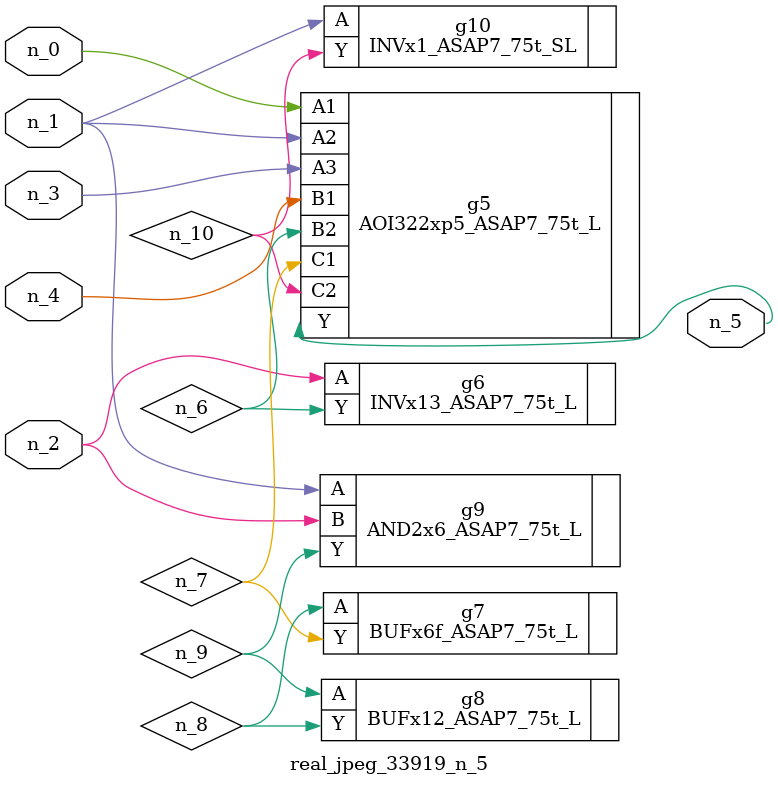
<source format=v>
module real_jpeg_33919_n_5 (n_4, n_0, n_1, n_2, n_3, n_5);

input n_4;
input n_0;
input n_1;
input n_2;
input n_3;

output n_5;

wire n_8;
wire n_6;
wire n_7;
wire n_10;
wire n_9;

AOI322xp5_ASAP7_75t_L g5 ( 
.A1(n_0),
.A2(n_1),
.A3(n_3),
.B1(n_4),
.B2(n_6),
.C1(n_7),
.C2(n_10),
.Y(n_5)
);

AND2x6_ASAP7_75t_L g9 ( 
.A(n_1),
.B(n_2),
.Y(n_9)
);

INVx1_ASAP7_75t_SL g10 ( 
.A(n_1),
.Y(n_10)
);

INVx13_ASAP7_75t_L g6 ( 
.A(n_2),
.Y(n_6)
);

BUFx6f_ASAP7_75t_L g7 ( 
.A(n_8),
.Y(n_7)
);

BUFx12_ASAP7_75t_L g8 ( 
.A(n_9),
.Y(n_8)
);


endmodule
</source>
